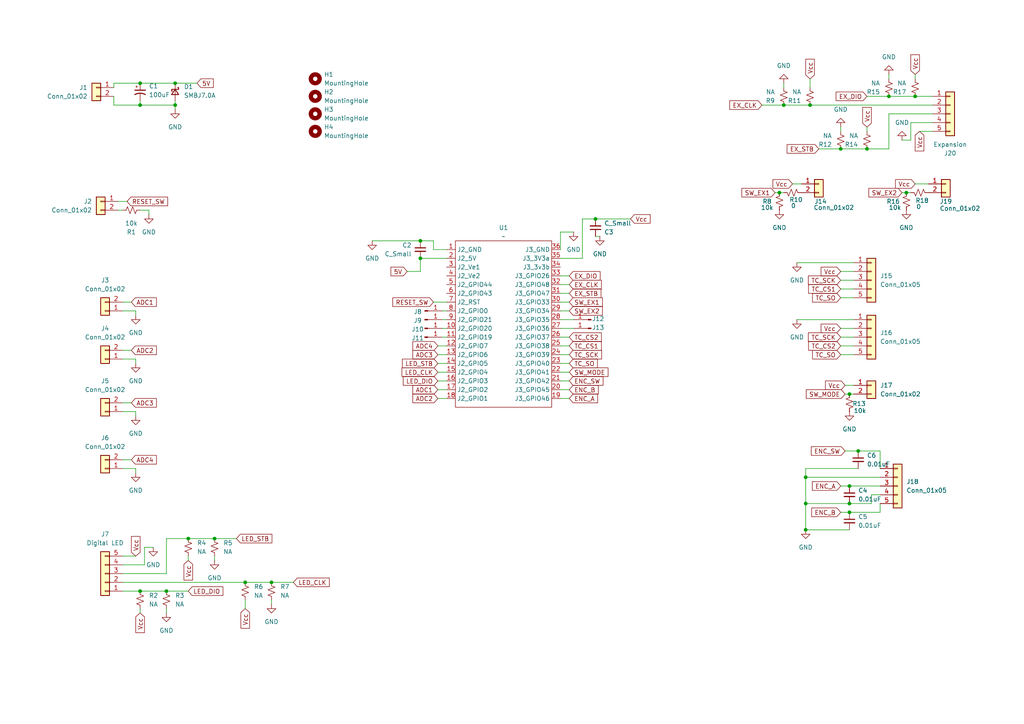
<source format=kicad_sch>
(kicad_sch (version 20250114) (generator "eeschema") (generator_version "9.0")
  (paper "A4")
  (lib_symbols
    (symbol "Connector:Conn_01x01_Pin" (pin_names (offset 1.016) (hide yes))
      (property "Reference" "J" (at 0 2.54 0))
      (property "Value" "Conn_01x01_Pin" (at 0 -2.54 0))
      (symbol "Conn_01x01_Pin_1_1"
        (rectangle (start 0.8636 0.127) (end 0 -0.127) (stroke (width 0.1524)) (fill (type outline)))
        (polyline (pts (xy 1.27 0) (xy 0.8636 0)) (stroke (width 0.1524)))
        (pin passive line (at 5.08 0 180) (length 3.81) (name "Pin_1") (number "1"))
      )
    )
    (symbol "Connector_Generic:Conn_01x02" (pin_names (offset 1.016) (hide yes))
      (property "Reference" "J" (at 0 2.54 0))
      (property "Value" "Conn_01x02" (at 0 -5.08 0))
      (symbol "Conn_01x02_1_1"
        (rectangle (start -1.27 1.27) (end 1.27 -3.81) (stroke (width 0.254)) (fill (type background)))
        (rectangle (start -1.27 0.127) (end 0 -0.127) (stroke (width 0.1524)))
        (rectangle (start -1.27 -2.413) (end 0 -2.667) (stroke (width 0.1524)))
        (pin passive line (at -5.08 0 0) (length 3.81) (name "Pin_1") (number "1"))
        (pin passive line (at -5.08 -2.54 0) (length 3.81) (name "Pin_2") (number "2"))
      )
    )
    (symbol "Connector_Generic:Conn_01x05" (pin_names (offset 1.016) (hide yes))
      (property "Reference" "J" (at 0 7.62 0))
      (property "Value" "Conn_01x05" (at 0 -7.62 0))
      (symbol "Conn_01x05_1_1"
        (rectangle (start -1.27 6.35) (end 1.27 -6.35) (stroke (width 0.254)) (fill (type background)))
        (rectangle (start -1.27 5.207) (end 0 4.953) (stroke (width 0.1524)))
        (rectangle (start -1.27 2.667) (end 0 2.413) (stroke (width 0.1524)))
        (rectangle (start -1.27 0.127) (end 0 -0.127) (stroke (width 0.1524)))
        (rectangle (start -1.27 -2.413) (end 0 -2.667) (stroke (width 0.1524)))
        (rectangle (start -1.27 -4.953) (end 0 -5.207) (stroke (width 0.1524)))
        (pin passive line (at -5.08 5.08 0) (length 3.81) (name "Pin_1") (number "1"))
        (pin passive line (at -5.08 2.54 0) (length 3.81) (name "Pin_2") (number "2"))
        (pin passive line (at -5.08 0 0) (length 3.81) (name "Pin_3") (number "3"))
        (pin passive line (at -5.08 -2.54 0) (length 3.81) (name "Pin_4") (number "4"))
        (pin passive line (at -5.08 -5.08 0) (length 3.81) (name "Pin_5") (number "5"))
      )
    )
    (symbol "Device:C_Polarized_Small_US" (pin_numbers (hide yes)) (pin_names (offset 0.254) (hide yes))
      (property "Reference" "C" (at 0.254 1.778 0))
      (property "Value" "C_Polarized_Small_US" (at 0.254 -2.032 0))
      (symbol "C_Polarized_Small_US_0_1"
        (polyline (pts (xy -1.524 0.508) (xy 1.524 0.508)) (stroke (width 0.3048)))
        (polyline (pts (xy -1.27 1.524) (xy -0.762 1.524)))
        (polyline (pts (xy -1.016 1.27) (xy -1.016 1.778)))
        (arc (start -1.524 -0.762) (mid 0 -0.3734) (end 1.524 -0.762) (stroke (width 0.3048)))
      )
      (symbol "C_Polarized_Small_US_1_1"
        (pin passive line (at 0 2.54 270) (length 2.032) (name "~") (number "1"))
        (pin passive line (at 0 -2.54 90) (length 2.032) (name "~") (number "2"))
      )
    )
    (symbol "Device:C_Small" (pin_numbers (hide yes)) (pin_names (offset 0.254) (hide yes))
      (property "Reference" "C" (at 0.254 1.778 0))
      (property "Value" "C_Small" (at 0.254 -2.032 0))
      (symbol "C_Small_0_1"
        (polyline (pts (xy -1.524 0.508) (xy 1.524 0.508)) (stroke (width 0.3048)))
        (polyline (pts (xy -1.524 -0.508) (xy 1.524 -0.508)) (stroke (width 0.3302)))
      )
      (symbol "C_Small_1_1"
        (pin passive line (at 0 2.54 270) (length 2.032) (name "~") (number "1"))
        (pin passive line (at 0 -2.54 90) (length 2.032) (name "~") (number "2"))
      )
    )
    (symbol "Device:D_Schottky_Small" (pin_numbers (hide yes)) (pin_names (offset 0.254) (hide yes))
      (property "Reference" "D" (at -1.27 2.032 0))
      (property "Value" "D_Schottky_Small" (at -7.112 -2.032 0))
      (symbol "D_Schottky_Small_0_1"
        (polyline (pts (xy -1.27 0.762) (xy -1.27 1.016) (xy -0.762 1.016) (xy -0.762 -1.016) (xy -0.254 -1.016) (xy -0.254 -0.762)) (stroke (width 0.254)))
        (polyline (pts (xy -0.762 0) (xy 0.762 0)))
        (polyline (pts (xy 0.762 -1.016) (xy -0.762 0) (xy 0.762 1.016) (xy 0.762 -1.016)) (stroke (width 0.254)))
      )
      (symbol "D_Schottky_Small_1_1"
        (pin passive line (at -2.54 0 0) (length 1.778) (name "K") (number "1"))
        (pin passive line (at 2.54 0 180) (length 1.778) (name "A") (number "2"))
      )
    )
    (symbol "Device:R_Small_US" (pin_numbers (hide yes)) (pin_names (offset 0.254) (hide yes))
      (property "Reference" "R" (at 0.762 0.508 0))
      (property "Value" "R_Small_US" (at 0.762 -1.016 0))
      (symbol "R_Small_US_1_1"
        (polyline (pts (xy 0 1.524) (xy 1.016 1.143) (xy 0 0.762) (xy -1.016 0.381) (xy 0 0)))
        (polyline (pts (xy 0 0) (xy 1.016 -0.381) (xy 0 -0.762) (xy -1.016 -1.143) (xy 0 -1.524)))
        (pin passive line (at 0 2.54 270) (length 1.016) (name "~") (number "1"))
        (pin passive line (at 0 -2.54 90) (length 1.016) (name "~") (number "2"))
      )
    )
    (symbol "Library:HeltexESP32V3"
      (property "Reference" "U" (at 0 13.97 0))
      (symbol "HeltexESP32V3_0_0"
        (pin bidirectional line (at -16.51 21.59 0) (length 2.54) (name "J2_GND") (number "1"))
        (pin bidirectional line (at -16.51 19.05 0) (length 2.54) (name "J2_5V") (number "2"))
        (pin bidirectional line (at -16.51 16.51 0) (length 2.54) (name "J2_Ve1") (number "3"))
        (pin bidirectional line (at -16.51 13.97 0) (length 2.54) (name "J2_Ve2") (number "4"))
        (pin bidirectional line (at -16.51 11.43 0) (length 2.54) (name "J2_GPIO44") (number "5"))
        (pin bidirectional line (at -16.51 8.89 0) (length 2.54) (name "J2_GPIO43") (number "6"))
        (pin bidirectional line (at -16.51 6.35 0) (length 2.54) (name "J2_RST") (number "7"))
        (pin bidirectional line (at -16.51 3.81 0) (length 2.54) (name "J2_GPIO0") (number "8"))
        (pin bidirectional line (at -16.51 1.27 0) (length 2.54) (name "J2_GPIO21") (number "9"))
        (pin bidirectional line (at -16.51 -1.27 0) (length 2.54) (name "J2_GPIO20") (number "10"))
        (pin bidirectional line (at -16.51 -3.81 0) (length 2.54) (name "J2_GPIO19") (number "11"))
        (pin bidirectional line (at -16.51 -6.35 0) (length 2.54) (name "J2_GPIO7") (number "12"))
        (pin bidirectional line (at -16.51 -8.89 0) (length 2.54) (name "J2_GPIO6") (number "13"))
        (pin bidirectional line (at -16.51 -11.43 0) (length 2.54) (name "J2_GPIO5") (number "14"))
        (pin bidirectional line (at -16.51 -13.97 0) (length 2.54) (name "J2_GPIO4") (number "15"))
        (pin bidirectional line (at -16.51 -16.51 0) (length 2.54) (name "J2_GPIO3") (number "16"))
        (pin bidirectional line (at -16.51 -19.05 0) (length 2.54) (name "J2_GPIO2") (number "17"))
        (pin bidirectional line (at -16.51 -21.59 0) (length 2.54) (name "J2_GPIO1") (number "18"))
      )
      (symbol "HeltexESP32V3_0_1"
        (rectangle (start -13.97 24.13) (end 13.97 -24.13))
      )
      (symbol "HeltexESP32V3_1_0"
        (pin bidirectional line (at 16.51 21.59 180) (length 2.54) (name "J3_GND") (number "36"))
        (pin bidirectional line (at 16.51 19.05 180) (length 2.54) (name "J3_3V3a") (number "35"))
        (pin bidirectional line (at 16.51 16.51 180) (length 2.54) (name "J3_3v3b") (number "34"))
        (pin bidirectional line (at 16.51 13.97 180) (length 2.54) (name "J3_GPIO26") (number "33"))
        (pin bidirectional line (at 16.51 11.43 180) (length 2.54) (name "J3_GPIO48") (number "32"))
        (pin bidirectional line (at 16.51 8.89 180) (length 2.54) (name "J3_GPIO47") (number "31"))
        (pin bidirectional line (at 16.51 6.35 180) (length 2.54) (name "J3_GPIO33") (number "30"))
        (pin bidirectional line (at 16.51 3.81 180) (length 2.54) (name "J3_GPIO34") (number "29"))
        (pin bidirectional line (at 16.51 1.27 180) (length 2.54) (name "J3_GPIO35") (number "28"))
        (pin bidirectional line (at 16.51 -1.27 180) (length 2.54) (name "J3_GPIO36") (number "27"))
        (pin bidirectional line (at 16.51 -3.81 180) (length 2.54) (name "J3_GPIO37") (number "26"))
        (pin bidirectional line (at 16.51 -6.35 180) (length 2.54) (name "J3_GPIO38") (number "25"))
        (pin bidirectional line (at 16.51 -8.89 180) (length 2.54) (name "J3_GPIO39") (number "24"))
        (pin bidirectional line (at 16.51 -11.43 180) (length 2.54) (name "J3_GPIO40") (number "23"))
        (pin bidirectional line (at 16.51 -13.97 180) (length 2.54) (name "J3_GPIO41") (number "22"))
        (pin bidirectional line (at 16.51 -16.51 180) (length 2.54) (name "J3_GPIO42") (number "21"))
        (pin bidirectional line (at 16.51 -19.05 180) (length 2.54) (name "J3_GPIO45") (number "20"))
        (pin bidirectional line (at 16.51 -21.59 180) (length 2.54) (name "J3_GPIO46") (number "19"))
      )
    )
    (symbol "Mechanical:MountingHole" (pin_names (offset 1.016)) (exclude_from_sim yes) (in_bom no)
      (property "Reference" "H" (at 0 5.08 0))
      (property "Value" "MountingHole" (at 0 3.175 0))
      (symbol "MountingHole_0_1"
        (circle (center 0 0) (radius 1.27) (stroke (width 1.27)))
      )
    )
    (symbol "power:GND" (power) (pin_numbers (hide yes)) (pin_names (offset 0) (hide yes))
      (property "Value" "GND" (at 0 -3.81 0))
      (symbol "GND_0_1"
        (polyline (pts (xy 0 0) (xy 0 -1.27) (xy 1.27 -1.27) (xy 0 -2.54) (xy -1.27 -1.27) (xy 0 -1.27)))
      )
      (symbol "GND_1_1"
        (pin power_in line (at 0 0 270) (length 0) (name "~") (number "1"))
      )
    )
  )
  (junction (at 62.23 156.21))
  (junction (at 54.61 156.21))
  (junction (at 262.89 55.88))
  (junction (at 227.33 30.48))
  (junction (at 251.46 43.18))
  (junction (at 246.38 146.05))
  (junction (at 71.12 168.91))
  (junction (at 243.84 43.18))
  (junction (at 40.64 171.45))
  (junction (at 78.74 168.91))
  (junction (at 226.06 55.88))
  (junction (at 257.81 27.94))
  (junction (at 172.72 63.5))
  (junction (at 121.92 69.85))
  (junction (at 234.95 30.48))
  (junction (at 50.8 30.48))
  (junction (at 265.43 27.94))
  (junction (at 50.8 24.13))
  (junction (at 246.38 148.59))
  (junction (at 40.64 30.48))
  (junction (at 233.68 153.67))
  (junction (at 40.64 24.13))
  (junction (at 233.68 146.05))
  (junction (at 248.92 130.81))
  (junction (at 246.38 114.3))
  (junction (at 233.68 138.43))
  (junction (at 246.38 140.97))
  (junction (at 121.92 74.93))
  (junction (at 48.26 171.45))
  (wire (pts (xy 35.56 104.14) (xy 39.37 104.14)))
  (wire (pts (xy 39.37 104.14) (xy 39.37 105.41)))
  (wire (pts (xy 162.56 110.49) (xy 165.1 110.49)))
  (wire (pts (xy 255.27 135.89) (xy 255.27 130.81)))
  (wire (pts (xy 233.68 153.67) (xy 246.38 153.67)))
  (wire (pts (xy 71.12 168.91) (xy 78.74 168.91)))
  (wire (pts (xy 243.84 95.25) (xy 247.65 95.25)))
  (wire (pts (xy 121.92 78.74) (xy 121.92 74.93)))
  (wire (pts (xy 243.84 38.1) (xy 243.84 36.83)))
  (wire (pts (xy 54.61 162.56) (xy 54.61 161.29)))
  (wire (pts (xy 270.51 27.94) (xy 265.43 27.94)))
  (wire (pts (xy 243.84 78.74) (xy 247.65 78.74)))
  (wire (pts (xy 78.74 168.91) (xy 85.09 168.91)))
  (wire (pts (xy 162.56 107.95) (xy 165.1 107.95)))
  (wire (pts (xy 243.84 43.18) (xy 237.49 43.18)))
  (wire (pts (xy 40.64 24.13) (xy 50.8 24.13)))
  (wire (pts (xy 162.56 95.25) (xy 166.37 95.25)))
  (wire (pts (xy 245.11 111.76) (xy 247.65 111.76)))
  (wire (pts (xy 33.02 27.94) (xy 33.02 30.48)))
  (wire (pts (xy 35.56 133.35) (xy 38.1 133.35)))
  (wire (pts (xy 35.56 171.45) (xy 40.64 171.45)))
  (wire (pts (xy 162.56 72.39) (xy 162.56 67.31)))
  (wire (pts (xy 78.74 173.99) (xy 78.74 175.26)))
  (wire (pts (xy 162.56 87.63) (xy 165.1 87.63)))
  (wire (pts (xy 243.84 140.97) (xy 246.38 140.97)))
  (wire (pts (xy 255.27 148.59) (xy 255.27 146.05)))
  (wire (pts (xy 127 105.41) (xy 129.54 105.41)))
  (wire (pts (xy 35.56 163.83) (xy 41.91 163.83)))
  (wire (pts (xy 255.27 143.51) (xy 252.73 143.51)))
  (wire (pts (xy 35.56 116.84) (xy 38.1 116.84)))
  (wire (pts (xy 162.56 100.33) (xy 165.1 100.33)))
  (wire (pts (xy 257.81 33.02) (xy 257.81 43.18)))
  (wire (pts (xy 231.14 76.2) (xy 247.65 76.2)))
  (wire (pts (xy 35.56 101.6) (xy 38.1 101.6)))
  (wire (pts (xy 41.91 163.83) (xy 41.91 158.75)))
  (wire (pts (xy 41.91 158.75) (xy 44.45 158.75)))
  (wire (pts (xy 50.8 30.48) (xy 50.8 31.75)))
  (wire (pts (xy 33.02 24.13) (xy 33.02 25.4)))
  (wire (pts (xy 128.27 90.17) (xy 129.54 90.17)))
  (wire (pts (xy 162.56 92.71) (xy 166.37 92.71)))
  (wire (pts (xy 270.51 35.56) (xy 264.16 35.56)))
  (wire (pts (xy 127 113.03) (xy 129.54 113.03)))
  (wire (pts (xy 35.56 166.37) (xy 48.26 166.37)))
  (wire (pts (xy 162.56 74.93) (xy 168.91 74.93)))
  (wire (pts (xy 39.37 90.17) (xy 39.37 91.44)))
  (wire (pts (xy 255.27 130.81) (xy 248.92 130.81)))
  (wire (pts (xy 234.95 30.48) (xy 227.33 30.48)))
  (wire (pts (xy 243.84 83.82) (xy 247.65 83.82)))
  (wire (pts (xy 125.73 72.39) (xy 125.73 69.85)))
  (wire (pts (xy 162.56 115.57) (xy 165.1 115.57)))
  (wire (pts (xy 248.92 135.89) (xy 233.68 135.89)))
  (wire (pts (xy 231.14 92.71) (xy 247.65 92.71)))
  (wire (pts (xy 43.18 62.23) (xy 43.18 60.96)))
  (wire (pts (xy 127 115.57) (xy 129.54 115.57)))
  (wire (pts (xy 233.68 146.05) (xy 233.68 153.67)))
  (wire (pts (xy 233.68 138.43) (xy 233.68 146.05)))
  (wire (pts (xy 257.81 22.86) (xy 257.81 21.59)))
  (wire (pts (xy 48.26 156.21) (xy 54.61 156.21)))
  (wire (pts (xy 162.56 113.03) (xy 165.1 113.03)))
  (wire (pts (xy 33.02 24.13) (xy 40.64 24.13)))
  (wire (pts (xy 125.73 69.85) (xy 121.92 69.85)))
  (wire (pts (xy 62.23 161.29) (xy 62.23 162.56)))
  (wire (pts (xy 162.56 97.79) (xy 165.1 97.79)))
  (wire (pts (xy 48.26 176.53) (xy 48.26 177.8)))
  (wire (pts (xy 48.26 166.37) (xy 48.26 156.21)))
  (wire (pts (xy 127 102.87) (xy 129.54 102.87)))
  (wire (pts (xy 229.87 53.34) (xy 232.41 53.34)))
  (wire (pts (xy 233.68 135.89) (xy 233.68 138.43)))
  (wire (pts (xy 35.56 60.96) (xy 34.29 60.96)))
  (wire (pts (xy 162.56 80.01) (xy 165.1 80.01)))
  (wire (pts (xy 243.84 100.33) (xy 247.65 100.33)))
  (wire (pts (xy 257.81 43.18) (xy 251.46 43.18)))
  (wire (pts (xy 54.61 156.21) (xy 62.23 156.21)))
  (wire (pts (xy 162.56 102.87) (xy 165.1 102.87)))
  (wire (pts (xy 265.43 21.59) (xy 265.43 22.86)))
  (wire (pts (xy 246.38 148.59) (xy 255.27 148.59)))
  (wire (pts (xy 127 110.49) (xy 129.54 110.49)))
  (wire (pts (xy 270.51 38.1) (xy 266.7 38.1)))
  (wire (pts (xy 243.84 97.79) (xy 247.65 97.79)))
  (wire (pts (xy 252.73 143.51) (xy 252.73 146.05)))
  (wire (pts (xy 172.72 63.5) (xy 182.88 63.5)))
  (wire (pts (xy 251.46 36.83) (xy 251.46 38.1)))
  (wire (pts (xy 251.46 43.18) (xy 243.84 43.18)))
  (wire (pts (xy 128.27 95.25) (xy 129.54 95.25)))
  (wire (pts (xy 246.38 146.05) (xy 233.68 146.05)))
  (wire (pts (xy 168.91 63.5) (xy 172.72 63.5)))
  (wire (pts (xy 234.95 25.4) (xy 234.95 22.86)))
  (wire (pts (xy 265.43 27.94) (xy 257.81 27.94)))
  (wire (pts (xy 125.73 87.63) (xy 129.54 87.63)))
  (wire (pts (xy 62.23 156.21) (xy 68.58 156.21)))
  (wire (pts (xy 50.8 24.13) (xy 57.15 24.13)))
  (wire (pts (xy 36.83 58.42) (xy 34.29 58.42)))
  (wire (pts (xy 224.79 55.88) (xy 226.06 55.88)))
  (wire (pts (xy 35.56 119.38) (xy 39.37 119.38)))
  (wire (pts (xy 243.84 102.87) (xy 247.65 102.87)))
  (wire (pts (xy 35.56 135.89) (xy 39.37 135.89)))
  (wire (pts (xy 127 100.33) (xy 129.54 100.33)))
  (wire (pts (xy 129.54 72.39) (xy 125.73 72.39)))
  (wire (pts (xy 40.64 177.8) (xy 40.64 176.53)))
  (wire (pts (xy 121.92 74.93) (xy 129.54 74.93)))
  (wire (pts (xy 127 107.95) (xy 129.54 107.95)))
  (wire (pts (xy 252.73 146.05) (xy 246.38 146.05)))
  (wire (pts (xy 40.64 30.48) (xy 40.64 29.21)))
  (wire (pts (xy 227.33 25.4) (xy 227.33 24.13)))
  (wire (pts (xy 71.12 173.99) (xy 71.12 176.53)))
  (wire (pts (xy 162.56 82.55) (xy 165.1 82.55)))
  (wire (pts (xy 168.91 74.93) (xy 168.91 63.5)))
  (wire (pts (xy 243.84 148.59) (xy 246.38 148.59)))
  (wire (pts (xy 245.11 114.3) (xy 246.38 114.3)))
  (wire (pts (xy 243.84 81.28) (xy 247.65 81.28)))
  (wire (pts (xy 245.11 130.81) (xy 248.92 130.81)))
  (wire (pts (xy 33.02 30.48) (xy 40.64 30.48)))
  (wire (pts (xy 40.64 171.45) (xy 48.26 171.45)))
  (wire (pts (xy 128.27 97.79) (xy 129.54 97.79)))
  (wire (pts (xy 265.43 53.34) (xy 269.24 53.34)))
  (wire (pts (xy 118.11 78.74) (xy 121.92 78.74)))
  (wire (pts (xy 40.64 30.48) (xy 50.8 30.48)))
  (wire (pts (xy 270.51 33.02) (xy 257.81 33.02)))
  (wire (pts (xy 227.33 30.48) (xy 220.98 30.48)))
  (wire (pts (xy 35.56 161.29) (xy 39.37 161.29)))
  (wire (pts (xy 270.51 30.48) (xy 234.95 30.48)))
  (wire (pts (xy 264.16 35.56) (xy 264.16 40.64)))
  (wire (pts (xy 35.56 168.91) (xy 71.12 168.91)))
  (wire (pts (xy 128.27 92.71) (xy 129.54 92.71)))
  (wire (pts (xy 172.72 68.58) (xy 173.99 68.58)))
  (wire (pts (xy 264.16 40.64) (xy 261.62 40.64)))
  (wire (pts (xy 43.18 60.96) (xy 40.64 60.96)))
  (wire (pts (xy 262.89 55.88) (xy 264.16 55.88)))
  (wire (pts (xy 50.8 30.48) (xy 50.8 29.21)))
  (wire (pts (xy 257.81 27.94) (xy 251.46 27.94)))
  (wire (pts (xy 246.38 114.3) (xy 247.65 114.3)))
  (wire (pts (xy 261.62 55.88) (xy 262.89 55.88)))
  (wire (pts (xy 255.27 138.43) (xy 233.68 138.43)))
  (wire (pts (xy 246.38 140.97) (xy 255.27 140.97)))
  (wire (pts (xy 35.56 90.17) (xy 39.37 90.17)))
  (wire (pts (xy 162.56 85.09) (xy 165.1 85.09)))
  (wire (pts (xy 162.56 90.17) (xy 165.1 90.17)))
  (wire (pts (xy 107.95 69.85) (xy 121.92 69.85)))
  (wire (pts (xy 243.84 86.36) (xy 247.65 86.36)))
  (wire (pts (xy 48.26 171.45) (xy 54.61 171.45)))
  (wire (pts (xy 39.37 119.38) (xy 39.37 120.65)))
  (wire (pts (xy 162.56 67.31) (xy 166.37 67.31)))
  (wire (pts (xy 35.56 87.63) (xy 38.1 87.63)))
  (wire (pts (xy 162.56 105.41) (xy 165.1 105.41)))
  (wire (pts (xy 39.37 135.89) (xy 39.37 137.16)))
  (wire (pts (xy 226.06 55.88) (xy 227.33 55.88)))
  (global_label "SW_MODE" (shape input) (at 165.1 107.95 0) (property "Intersheetrefs" "${INTERSHEET_REFS}" (effects (hide yes))))
  (global_label "LED_DIO" (shape input) (at 54.61 171.45 0) (property "Intersheetrefs" "${INTERSHEET_REFS}" (effects (hide yes))))
  (global_label "Vcc" (shape input) (at 54.61 162.56 270) (property "Intersheetrefs" "${INTERSHEET_REFS}" (effects (hide yes))))
  (global_label "TC_SO" (shape input) (at 243.84 102.87 180) (property "Intersheetrefs" "${INTERSHEET_REFS}" (effects (hide yes))))
  (global_label "ADC1" (shape input) (at 127 113.03 180) (property "Intersheetrefs" "${INTERSHEET_REFS}" (effects (hide yes))))
  (global_label "Vcc" (shape input) (at 39.37 161.29 90) (property "Intersheetrefs" "${INTERSHEET_REFS}" (effects (hide yes))))
  (global_label "ENC_SW" (shape input) (at 245.11 130.81 180) (property "Intersheetrefs" "${INTERSHEET_REFS}" (effects (hide yes))))
  (global_label "RESET_SW" (shape input) (at 36.83 58.42 0) (property "Intersheetrefs" "${INTERSHEET_REFS}" (effects (hide yes))))
  (global_label "SW_EX1" (shape input) (at 224.79 55.88 180) (property "Intersheetrefs" "${INTERSHEET_REFS}" (effects (hide yes))))
  (global_label "Vcc" (shape input) (at 182.88 63.5 0) (property "Intersheetrefs" "${INTERSHEET_REFS}" (effects (hide yes))))
  (global_label "Vcc" (shape input) (at 71.12 176.53 270) (property "Intersheetrefs" "${INTERSHEET_REFS}" (effects (hide yes))))
  (global_label "LED_STB" (shape input) (at 68.58 156.21 0) (property "Intersheetrefs" "${INTERSHEET_REFS}" (effects (hide yes))))
  (global_label "ENC_A" (shape input) (at 243.84 140.97 180) (property "Intersheetrefs" "${INTERSHEET_REFS}" (effects (hide yes))))
  (global_label "TC_SCK" (shape input) (at 165.1 102.87 0) (property "Intersheetrefs" "${INTERSHEET_REFS}" (effects (hide yes))))
  (global_label "Vcc" (shape input) (at 251.46 36.83 90) (property "Intersheetrefs" "${INTERSHEET_REFS}" (effects (hide yes))))
  (global_label "ENC_B" (shape input) (at 243.84 148.59 180) (property "Intersheetrefs" "${INTERSHEET_REFS}" (effects (hide yes))))
  (global_label "TC_SO" (shape input) (at 243.84 86.36 180) (property "Intersheetrefs" "${INTERSHEET_REFS}" (effects (hide yes))))
  (global_label "SW_MODE" (shape input) (at 245.11 114.3 180) (property "Intersheetrefs" "${INTERSHEET_REFS}" (effects (hide yes))))
  (global_label "EX_CLK" (shape input) (at 220.98 30.48 180) (property "Intersheetrefs" "${INTERSHEET_REFS}" (effects (hide yes))))
  (global_label "LED_CLK" (shape input) (at 127 107.95 180) (property "Intersheetrefs" "${INTERSHEET_REFS}" (effects (hide yes))))
  (global_label "EX_STB" (shape input) (at 165.1 85.09 0) (property "Intersheetrefs" "${INTERSHEET_REFS}" (effects (hide yes))))
  (global_label "Vcc" (shape input) (at 229.87 53.34 180) (property "Intersheetrefs" "${INTERSHEET_REFS}" (effects (hide yes))))
  (global_label "TC_SCK" (shape input) (at 243.84 81.28 180) (property "Intersheetrefs" "${INTERSHEET_REFS}" (effects (hide yes))))
  (global_label "ENC_A" (shape input) (at 165.1 115.57 0) (property "Intersheetrefs" "${INTERSHEET_REFS}" (effects (hide yes))))
  (global_label "Vcc" (shape input) (at 243.84 95.25 180) (property "Intersheetrefs" "${INTERSHEET_REFS}" (effects (hide yes))))
  (global_label "Vcc" (shape input) (at 265.43 53.34 180) (property "Intersheetrefs" "${INTERSHEET_REFS}" (effects (hide yes))))
  (global_label "EX_DIO" (shape input) (at 165.1 80.01 0) (property "Intersheetrefs" "${INTERSHEET_REFS}" (effects (hide yes))))
  (global_label "TC_CS2" (shape input) (at 165.1 97.79 0) (property "Intersheetrefs" "${INTERSHEET_REFS}" (effects (hide yes))))
  (global_label "TC_CS1" (shape input) (at 243.84 83.82 180) (property "Intersheetrefs" "${INTERSHEET_REFS}" (effects (hide yes))))
  (global_label "LED_STB" (shape input) (at 127 105.41 180) (property "Intersheetrefs" "${INTERSHEET_REFS}" (effects (hide yes))))
  (global_label "Vcc" (shape input) (at 243.84 78.74 180) (property "Intersheetrefs" "${INTERSHEET_REFS}" (effects (hide yes))))
  (global_label "Vcc" (shape input) (at 265.43 21.59 90) (property "Intersheetrefs" "${INTERSHEET_REFS}" (effects (hide yes))))
  (global_label "SW_EX1" (shape input) (at 165.1 87.63 0) (property "Intersheetrefs" "${INTERSHEET_REFS}" (effects (hide yes))))
  (global_label "SW_EX2" (shape input) (at 165.1 90.17 0) (property "Intersheetrefs" "${INTERSHEET_REFS}" (effects (hide yes))))
  (global_label "SW_EX2" (shape input) (at 261.62 55.88 180) (property "Intersheetrefs" "${INTERSHEET_REFS}" (effects (hide yes))))
  (global_label "TC_CS2" (shape input) (at 243.84 100.33 180) (property "Intersheetrefs" "${INTERSHEET_REFS}" (effects (hide yes))))
  (global_label "EX_DIO" (shape input) (at 251.46 27.94 180) (property "Intersheetrefs" "${INTERSHEET_REFS}" (effects (hide yes))))
  (global_label "TC_SO" (shape input) (at 165.1 105.41 0) (property "Intersheetrefs" "${INTERSHEET_REFS}" (effects (hide yes))))
  (global_label "ADC3" (shape input) (at 38.1 116.84 0) (property "Intersheetrefs" "${INTERSHEET_REFS}" (effects (hide yes))))
  (global_label "LED_CLK" (shape input) (at 85.09 168.91 0) (property "Intersheetrefs" "${INTERSHEET_REFS}" (effects (hide yes))))
  (global_label "RESET_SW" (shape input) (at 125.73 87.63 180) (property "Intersheetrefs" "${INTERSHEET_REFS}" (effects (hide yes))))
  (global_label "TC_SCK" (shape input) (at 243.84 97.79 180) (property "Intersheetrefs" "${INTERSHEET_REFS}" (effects (hide yes))))
  (global_label "Vcc" (shape input) (at 266.7 38.1 270) (property "Intersheetrefs" "${INTERSHEET_REFS}" (effects (hide yes))))
  (global_label "ADC3" (shape input) (at 127 102.87 180) (property "Intersheetrefs" "${INTERSHEET_REFS}" (effects (hide yes))))
  (global_label "ADC1" (shape input) (at 38.1 87.63 0) (property "Intersheetrefs" "${INTERSHEET_REFS}" (effects (hide yes))))
  (global_label "ADC2" (shape input) (at 38.1 101.6 0) (property "Intersheetrefs" "${INTERSHEET_REFS}" (effects (hide yes))))
  (global_label "ADC4" (shape input) (at 38.1 133.35 0) (property "Intersheetrefs" "${INTERSHEET_REFS}" (effects (hide yes))))
  (global_label "5V" (shape input) (at 57.15 24.13 0) (property "Intersheetrefs" "${INTERSHEET_REFS}" (effects (hide yes))))
  (global_label "Vcc" (shape input) (at 234.95 22.86 90) (property "Intersheetrefs" "${INTERSHEET_REFS}" (effects (hide yes))))
  (global_label "Vcc" (shape input) (at 40.64 177.8 270) (property "Intersheetrefs" "${INTERSHEET_REFS}" (effects (hide yes))))
  (global_label "LED_DIO" (shape input) (at 127 110.49 180) (property "Intersheetrefs" "${INTERSHEET_REFS}" (effects (hide yes))))
  (global_label "ENC_SW" (shape input) (at 165.1 110.49 0) (property "Intersheetrefs" "${INTERSHEET_REFS}" (effects (hide yes))))
  (global_label "EX_CLK" (shape input) (at 165.1 82.55 0) (property "Intersheetrefs" "${INTERSHEET_REFS}" (effects (hide yes))))
  (global_label "ENC_B" (shape input) (at 165.1 113.03 0) (property "Intersheetrefs" "${INTERSHEET_REFS}" (effects (hide yes))))
  (global_label "ADC4" (shape input) (at 127 100.33 180) (property "Intersheetrefs" "${INTERSHEET_REFS}" (effects (hide yes))))
  (global_label "ADC2" (shape input) (at 127 115.57 180) (property "Intersheetrefs" "${INTERSHEET_REFS}" (effects (hide yes))))
  (global_label "Vcc" (shape input) (at 245.11 111.76 180) (property "Intersheetrefs" "${INTERSHEET_REFS}" (effects (hide yes))))
  (global_label "TC_CS1" (shape input) (at 165.1 100.33 0) (property "Intersheetrefs" "${INTERSHEET_REFS}" (effects (hide yes))))
  (global_label "EX_STB" (shape input) (at 237.49 43.18 180) (property "Intersheetrefs" "${INTERSHEET_REFS}" (effects (hide yes))))
  (global_label "5V" (shape input) (at 118.11 78.74 180) (property "Intersheetrefs" "${INTERSHEET_REFS}" (effects (hide yes))))
  (symbol (lib_id "power:GND") (at 44.45 158.75 0) (unit 1)
    (property "Reference" "#PWR06" (effects (hide yes)))
    (property "Value" "GND" (at 44.45 163.83 0))
    (property "Description" "Power symbol creates a global label with name \"GND\" , ground" (effects (hide yes)))
  )
  (symbol (lib_id "Device:R_Small_US") (at 262.89 58.42 0) (mirror y) (unit 1)
    (property "Reference" "R16" (at 259.08 58.42 0))
    (property "Value" "10k" (at 259.588 60.198 0))
    (property "Footprint" "Resistor_SMD:R_0805_2012Metric_Pad1.20x1.40mm_HandSolder" (effects (hide yes)))
    (property "Description" "Resistor, small US symbol" (effects (hide yes)))
  )
  (symbol (lib_id "Connector_Generic:Conn_01x02") (at 30.48 90.17 180) (unit 1)
    (property "Reference" "J3" (at 30.48 81.28 0))
    (property "Value" "Conn_01x02" (at 30.48 83.82 0))
    (property "Footprint" "Connector_Molex:Molex_SL_171971-0002_1x02_P2.54mm_Vertical" (effects (hide yes)))
    (property "Description" "Generic connector, single row, 01x02, script generated (kicad-library-utils/schlib/autogen/connector/)" (effects (hide yes)))
  )
  (symbol (lib_id "Connector:Conn_01x01_Pin") (at 123.19 92.71 0) (unit 1)
    (property "Reference" "J9" (at 121.158 92.964 0))
    (property "Value" "Conn_01x01_Pin" (effects (hide yes)))
    (property "Footprint" "Connector_PinSocket_2.54mm:PinSocket_1x01_P2.54mm_Vertical" (effects (hide yes)))
    (property "Description" "Generic connector, single row, 01x01, script generated" (effects (hide yes)))
  )
  (symbol (lib_id "Connector_Generic:Conn_01x05") (at 275.59 33.02 0) (unit 1)
    (property "Reference" "J20" (at 275.59 44.45 0))
    (property "Value" "Expansion" (at 275.59 41.91 0))
    (property "Footprint" "Connector_PinHeader_2.54mm:PinHeader_1x05_P2.54mm_Vertical" (effects (hide yes)))
    (property "Description" "Generic connector, single row, 01x05, script generated (kicad-library-utils/schlib/autogen/connector/)" (effects (hide yes)))
  )
  (symbol (lib_id "Connector_Generic:Conn_01x05") (at 252.73 97.79 0) (unit 1)
    (property "Reference" "J16" (at 255.27 96.5199 0) (effects (justify left)))
    (property "Value" "Conn_01x05" (at 255.27 99.0599 0) (effects (justify left)))
    (property "Footprint" "Connector_Molex:Molex_SL_171971-0005_1x05_P2.54mm_Vertical" (effects (hide yes)))
    (property "Description" "Generic connector, single row, 01x05, script generated (kicad-library-utils/schlib/autogen/connector/)" (effects (hide yes)))
  )
  (symbol (lib_id "Device:R_Small_US") (at 78.74 171.45 0) (unit 1)
    (property "Reference" "R7" (at 81.28 170.1799 0) (effects (justify left)))
    (property "Value" "NA" (at 81.28 172.7199 0) (effects (justify left)))
    (property "Footprint" "Resistor_SMD:R_0805_2012Metric_Pad1.20x1.40mm_HandSolder" (effects (hide yes)))
    (property "Description" "Resistor, small US symbol" (effects (hide yes)))
  )
  (symbol (lib_id "Connector_Generic:Conn_01x05") (at 252.73 81.28 0) (unit 1)
    (property "Reference" "J15" (at 255.27 80.0099 0) (effects (justify left)))
    (property "Value" "Conn_01x05" (at 255.27 82.5499 0) (effects (justify left)))
    (property "Footprint" "Connector_Molex:Molex_SL_171971-0005_1x05_P2.54mm_Vertical" (effects (hide yes)))
    (property "Description" "Generic connector, single row, 01x05, script generated (kicad-library-utils/schlib/autogen/connector/)" (effects (hide yes)))
  )
  (symbol (lib_id "Device:R_Small_US") (at 48.26 173.99 0) (unit 1)
    (property "Reference" "R3" (at 50.8 172.7199 0) (effects (justify left)))
    (property "Value" "NA" (at 50.8 175.2599 0) (effects (justify left)))
    (property "Footprint" "Resistor_SMD:R_0805_2012Metric_Pad1.20x1.40mm_HandSolder" (effects (hide yes)))
    (property "Description" "Resistor, small US symbol" (effects (hide yes)))
  )
  (symbol (lib_id "Device:R_Small_US") (at 71.12 171.45 0) (unit 1)
    (property "Reference" "R6" (at 73.66 170.1799 0) (effects (justify left)))
    (property "Value" "NA" (at 73.66 172.7199 0) (effects (justify left)))
    (property "Footprint" "Resistor_SMD:R_0805_2012Metric_Pad1.20x1.40mm_HandSolder" (effects (hide yes)))
    (property "Description" "Resistor, small US symbol" (effects (hide yes)))
  )
  (symbol (lib_id "power:GND") (at 39.37 120.65 0) (unit 1)
    (property "Reference" "#PWR03" (effects (hide yes)))
    (property "Value" "GND" (at 39.37 125.73 0))
    (property "Description" "Power symbol creates a global label with name \"GND\" , ground" (effects (hide yes)))
  )
  (symbol (lib_id "Device:C_Small") (at 246.38 151.13 0) (unit 1)
    (property "Reference" "C5" (at 248.92 149.8662 0) (effects (justify left)))
    (property "Value" "0.01uF" (at 248.92 152.4062 0) (effects (justify left)))
    (property "Footprint" "Capacitor_SMD:C_0805_2012Metric_Pad1.18x1.45mm_HandSolder" (effects (hide yes)))
    (property "Description" "Unpolarized capacitor, small symbol" (effects (hide yes)))
  )
  (symbol (lib_id "Connector_Generic:Conn_01x02") (at 274.32 53.34 0) (unit 1)
    (property "Reference" "J19" (at 272.542 58.42 0) (effects (justify left)))
    (property "Value" "Conn_01x02" (at 272.542 60.452 0) (effects (justify left)))
    (property "Footprint" "Connector_Molex:Molex_SL_171971-0002_1x02_P2.54mm_Vertical" (effects (hide yes)))
    (property "Datasheet" "https://www.digikey.com/en/products/detail/molex/1719710102/9564232" (effects (hide yes)))
    (property "Description" "Generic connector, single row, 01x02, script generated (kicad-library-utils/schlib/autogen/connector/)" (effects (hide yes)))
  )
  (symbol (lib_id "Connector:Conn_01x01_Pin") (at 123.19 95.25 0) (unit 1)
    (property "Reference" "J10" (at 121.158 95.504 0))
    (property "Value" "Conn_01x01_Pin" (effects (hide yes)))
    (property "Footprint" "Connector_PinSocket_2.54mm:PinSocket_1x01_P2.54mm_Vertical" (effects (hide yes)))
    (property "Description" "Generic connector, single row, 01x01, script generated" (effects (hide yes)))
  )
  (symbol (lib_id "Connector_Generic:Conn_01x02") (at 30.48 135.89 180) (unit 1)
    (property "Reference" "J6" (at 30.48 127 0))
    (property "Value" "Conn_01x02" (at 30.48 129.54 0))
    (property "Footprint" "Connector_Molex:Molex_SL_171971-0002_1x02_P2.54mm_Vertical" (effects (hide yes)))
    (property "Description" "Generic connector, single row, 01x02, script generated (kicad-library-utils/schlib/autogen/connector/)" (effects (hide yes)))
  )
  (symbol (lib_id "power:GND") (at 233.68 153.67 0) (unit 1)
    (property "Reference" "#PWR018" (effects (hide yes)))
    (property "Value" "GND" (at 233.68 158.75 0))
    (property "Description" "Power symbol creates a global label with name \"GND\" , ground" (effects (hide yes)))
  )
  (symbol (lib_id "Device:C_Small") (at 121.92 72.39 0) (mirror y) (unit 1)
    (property "Reference" "C2" (at 119.38 71.1262 0) (effects (justify left)))
    (property "Value" "C_Small" (at 119.38 73.6662 0) (effects (justify left)))
    (property "Footprint" "Capacitor_SMD:C_0805_2012Metric_Pad1.18x1.45mm_HandSolder" (effects (hide yes)))
    (property "Description" "Unpolarized capacitor, small symbol" (effects (hide yes)))
  )
  (symbol (lib_id "Connector:Conn_01x01_Pin") (at 123.19 97.79 0) (unit 1)
    (property "Reference" "J11" (at 121.158 98.044 0))
    (property "Value" "Conn_01x01_Pin" (effects (hide yes)))
    (property "Footprint" "Connector_PinSocket_2.54mm:PinSocket_1x01_P2.54mm_Vertical" (effects (hide yes)))
    (property "Description" "Generic connector, single row, 01x01, script generated" (effects (hide yes)))
  )
  (symbol (lib_id "Device:R_Small_US") (at 257.81 25.4 180) (unit 1)
    (property "Reference" "R15" (at 255.27 26.6701 0) (effects (justify left)))
    (property "Value" "NA" (at 255.27 24.1301 0) (effects (justify left)))
    (property "Footprint" "Resistor_SMD:R_0805_2012Metric_Pad1.20x1.40mm_HandSolder" (effects (hide yes)))
    (property "Description" "Resistor, small US symbol" (effects (hide yes)))
  )
  (symbol (lib_id "Connector:Conn_01x01_Pin") (at 171.45 92.71 180) (unit 1)
    (property "Reference" "J12" (at 173.482 92.456 0))
    (property "Value" "Conn_01x01_Pin" (effects (hide yes)))
    (property "Footprint" "Connector_PinSocket_2.54mm:PinSocket_1x01_P2.54mm_Vertical" (effects (hide yes)))
    (property "Description" "Generic connector, single row, 01x01, script generated" (effects (hide yes)))
  )
  (symbol (lib_id "Mechanical:MountingHole") (at 91.44 27.94 0) (unit 1) (exclude_from_sim yes) (in_bom no)
    (property "Reference" "H2" (at 93.98 26.6699 0) (effects (justify left)))
    (property "Value" "MountingHole" (at 93.98 29.2099 0) (effects (justify left)))
    (property "Footprint" "MountingHole:MountingHole_3mm" (effects (hide yes)))
    (property "Description" "Mounting Hole without connection" (effects (hide yes)))
  )
  (symbol (lib_id "Device:R_Small_US") (at 62.23 158.75 0) (unit 1)
    (property "Reference" "R5" (at 64.77 157.4799 0) (effects (justify left)))
    (property "Value" "NA" (at 64.77 160.0199 0) (effects (justify left)))
    (property "Footprint" "Resistor_SMD:R_0805_2012Metric_Pad1.20x1.40mm_HandSolder" (effects (hide yes)))
    (property "Description" "Resistor, small US symbol" (effects (hide yes)))
  )
  (symbol (lib_id "Connector_Generic:Conn_01x05") (at 30.48 166.37 180) (unit 1)
    (property "Reference" "J7" (at 30.48 154.94 0))
    (property "Value" "Digital LED" (at 30.48 157.48 0))
    (property "Footprint" "Connector_Molex:Molex_SL_171971-0005_1x05_P2.54mm_Vertical" (effects (hide yes)))
    (property "Description" "Generic connector, single row, 01x05, script generated (kicad-library-utils/schlib/autogen/connector/)" (effects (hide yes)))
  )
  (symbol (lib_id "power:GND") (at 231.14 92.71 0) (unit 1)
    (property "Reference" "#PWR017" (effects (hide yes)))
    (property "Value" "GND" (at 231.14 97.79 0))
    (property "Description" "Power symbol creates a global label with name \"GND\" , ground" (effects (hide yes)))
  )
  (symbol (lib_id "Library:HeltexESP32V3") (at 146.05 93.98 0) (unit 1)
    (property "Reference" "U1" (at 146.05 66.04 0))
    (property "Value" "~" (at 146.05 68.58 0))
    (property "Footprint" "ESPBrew:DIP-36_907_ELL" (effects (hide yes)))
  )
  (symbol (lib_id "Device:R_Small_US") (at 243.84 40.64 180) (unit 1)
    (property "Reference" "R12" (at 241.3 41.9101 0) (effects (justify left)))
    (property "Value" "NA" (at 241.3 39.3701 0) (effects (justify left)))
    (property "Footprint" "Resistor_SMD:R_0805_2012Metric_Pad1.20x1.40mm_HandSolder" (effects (hide yes)))
    (property "Description" "Resistor, small US symbol" (effects (hide yes)))
  )
  (symbol (lib_id "power:GND") (at 39.37 105.41 0) (unit 1)
    (property "Reference" "#PWR02" (effects (hide yes)))
    (property "Value" "GND" (at 39.37 110.49 0))
    (property "Description" "Power symbol creates a global label with name \"GND\" , ground" (effects (hide yes)))
  )
  (symbol (lib_id "power:GND") (at 243.84 36.83 180) (unit 1)
    (property "Reference" "#PWR019" (effects (hide yes)))
    (property "Value" "GND" (at 243.84 31.75 0))
    (property "Description" "Power symbol creates a global label with name \"GND\" , ground" (effects (hide yes)))
  )
  (symbol (lib_id "Mechanical:MountingHole") (at 91.44 33.02 0) (unit 1) (exclude_from_sim yes) (in_bom no)
    (property "Reference" "H3" (at 93.98 31.7499 0) (effects (justify left)))
    (property "Value" "MountingHole" (at 93.98 34.2899 0) (effects (justify left)))
    (property "Footprint" "MountingHole:MountingHole_3mm" (effects (hide yes)))
    (property "Description" "Mounting Hole without connection" (effects (hide yes)))
  )
  (symbol (lib_id "power:GND") (at 78.74 175.26 0) (unit 1)
    (property "Reference" "#PWR010" (effects (hide yes)))
    (property "Value" "GND" (at 78.74 180.34 0))
    (property "Description" "Power symbol creates a global label with name \"GND\" , ground" (effects (hide yes)))
  )
  (symbol (lib_id "Connector_Generic:Conn_01x02") (at 30.48 119.38 180) (unit 1)
    (property "Reference" "J5" (at 30.48 110.49 0))
    (property "Value" "Conn_01x02" (at 30.48 113.03 0))
    (property "Footprint" "Connector_Molex:Molex_SL_171971-0002_1x02_P2.54mm_Vertical" (effects (hide yes)))
    (property "Description" "Generic connector, single row, 01x02, script generated (kicad-library-utils/schlib/autogen/connector/)" (effects (hide yes)))
  )
  (symbol (lib_id "power:GND") (at 227.33 24.13 180) (unit 1)
    (property "Reference" "#PWR015" (effects (hide yes)))
    (property "Value" "GND" (at 227.33 19.05 0))
    (property "Description" "Power symbol creates a global label with name \"GND\" , ground" (effects (hide yes)))
  )
  (symbol (lib_id "power:GND") (at 226.06 60.96 0) (unit 1)
    (property "Reference" "#PWR014" (effects (hide yes)))
    (property "Value" "GND" (at 226.06 66.04 0))
    (property "Description" "Power symbol creates a global label with name \"GND\" , ground" (effects (hide yes)))
  )
  (symbol (lib_id "Device:R_Small_US") (at 234.95 27.94 180) (unit 1)
    (property "Reference" "R11" (at 232.41 29.2101 0) (effects (justify left)))
    (property "Value" "NA" (at 232.41 26.6701 0) (effects (justify left)))
    (property "Footprint" "Resistor_SMD:R_0805_2012Metric_Pad1.20x1.40mm_HandSolder" (effects (hide yes)))
    (property "Description" "Resistor, small US symbol" (effects (hide yes)))
  )
  (symbol (lib_id "Device:R_Small_US") (at 246.38 116.84 0) (mirror y) (unit 1)
    (property "Reference" "R13" (at 249.174 117.094 0))
    (property "Value" "10k" (at 249.428 119.126 0))
    (property "Footprint" "Resistor_SMD:R_0805_2012Metric_Pad1.20x1.40mm_HandSolder" (effects (hide yes)))
    (property "Description" "Resistor, small US symbol" (effects (hide yes)))
  )
  (symbol (lib_id "power:GND") (at 39.37 91.44 0) (unit 1)
    (property "Reference" "#PWR01" (effects (hide yes)))
    (property "Value" "GND" (at 39.37 96.52 0))
    (property "Description" "Power symbol creates a global label with name \"GND\" , ground" (effects (hide yes)))
  )
  (symbol (lib_id "Device:R_Small_US") (at 266.7 55.88 90) (mirror x) (unit 1)
    (property "Reference" "R18" (at 267.462 58.166 90))
    (property "Value" "0" (at 266.446 59.944 90))
    (property "Footprint" "Resistor_SMD:R_0805_2012Metric_Pad1.20x1.40mm_HandSolder" (effects (hide yes)))
    (property "Description" "Resistor, small US symbol" (effects (hide yes)))
  )
  (symbol (lib_id "Device:R_Small_US") (at 226.06 58.42 0) (mirror y) (unit 1)
    (property "Reference" "R8" (at 222.504 58.42 0))
    (property "Value" "10k" (at 222.504 60.198 0))
    (property "Footprint" "Resistor_SMD:R_0805_2012Metric_Pad1.20x1.40mm_HandSolder" (effects (hide yes)))
    (property "Description" "Resistor, small US symbol" (effects (hide yes)))
  )
  (symbol (lib_id "Connector:Conn_01x01_Pin") (at 123.19 90.17 0) (unit 1)
    (property "Reference" "J8" (at 121.158 90.424 0))
    (property "Value" "Conn_01x01_Pin" (effects (hide yes)))
    (property "Footprint" "Connector_PinSocket_2.54mm:PinSocket_1x01_P2.54mm_Vertical" (effects (hide yes)))
    (property "Description" "Generic connector, single row, 01x01, script generated" (effects (hide yes)))
  )
  (symbol (lib_id "Connector_Generic:Conn_01x02") (at 237.49 53.34 0) (unit 1)
    (property "Reference" "J14" (at 236.22 58.42 0) (effects (justify left)))
    (property "Value" "Conn_01x02" (at 235.966 60.198 0) (effects (justify left)))
    (property "Footprint" "Connector_Molex:Molex_SL_171971-0002_1x02_P2.54mm_Vertical" (effects (hide yes)))
    (property "Description" "Generic connector, single row, 01x02, script generated (kicad-library-utils/schlib/autogen/connector/)" (effects (hide yes)))
  )
  (symbol (lib_id "power:GND") (at 262.89 60.96 0) (unit 1)
    (property "Reference" "#PWR023" (effects (hide yes)))
    (property "Value" "GND" (at 262.89 66.04 0))
    (property "Description" "Power symbol creates a global label with name \"GND\" , ground" (effects (hide yes)))
  )
  (symbol (lib_id "Device:R_Small_US") (at 227.33 27.94 180) (unit 1)
    (property "Reference" "R9" (at 224.79 29.2101 0) (effects (justify left)))
    (property "Value" "NA" (at 224.79 26.6701 0) (effects (justify left)))
    (property "Footprint" "Resistor_SMD:R_0805_2012Metric_Pad1.20x1.40mm_HandSolder" (effects (hide yes)))
    (property "Description" "Resistor, small US symbol" (effects (hide yes)))
  )
  (symbol (lib_id "Device:R_Small_US") (at 229.87 55.88 90) (mirror x) (unit 1)
    (property "Reference" "R10" (at 230.886 57.912 90))
    (property "Value" "0" (at 230.124 59.69 90))
    (property "Footprint" "Resistor_SMD:R_0805_2012Metric_Pad1.20x1.40mm_HandSolder" (effects (hide yes)))
    (property "Description" "Resistor, small US symbol" (effects (hide yes)))
  )
  (symbol (lib_id "Device:R_Small_US") (at 40.64 173.99 0) (unit 1)
    (property "Reference" "R2" (at 43.18 172.7199 0) (effects (justify left)))
    (property "Value" "NA" (at 43.18 175.2599 0) (effects (justify left)))
    (property "Footprint" "Resistor_SMD:R_0805_2012Metric_Pad1.20x1.40mm_HandSolder" (effects (hide yes)))
    (property "Description" "Resistor, small US symbol" (effects (hide yes)))
  )
  (symbol (lib_id "power:GND") (at 261.62 40.64 180) (unit 1)
    (property "Reference" "#PWR022" (effects (hide yes)))
    (property "Value" "GND" (at 261.62 35.56 0))
    (property "Description" "Power symbol creates a global label with name \"GND\" , ground" (effects (hide yes)))
  )
  (symbol (lib_id "Connector_Generic:Conn_01x02") (at 27.94 25.4 0) (mirror y) (unit 1)
    (property "Reference" "J1" (at 25.4 25.3999 0) (effects (justify left)))
    (property "Value" "Conn_01x02" (at 25.4 27.9399 0) (effects (justify left)))
    (property "Footprint" "Connector_Molex:Molex_SL_171971-0002_1x02_P2.54mm_Vertical" (effects (hide yes)))
    (property "Description" "Generic connector, single row, 01x02, script generated (kicad-library-utils/schlib/autogen/connector/)" (effects (hide yes)))
  )
  (symbol (lib_id "power:GND") (at 257.81 21.59 180) (unit 1)
    (property "Reference" "#PWR021" (effects (hide yes)))
    (property "Value" "GND" (at 257.81 16.51 0))
    (property "Description" "Power symbol creates a global label with name \"GND\" , ground" (effects (hide yes)))
  )
  (symbol (lib_id "Device:C_Polarized_Small_US") (at 40.64 26.67 0) (unit 1)
    (property "Reference" "C1" (at 43.18 24.9681 0) (effects (justify left)))
    (property "Value" "100uF" (at 43.18 27.5081 0) (effects (justify left)))
    (property "Footprint" "Capacitor_THT:CP_Radial_D8.0mm_P3.50mm" (effects (hide yes)))
    (property "Datasheet" "https://www.digikey.com/en/products/detail/w%C3%BCrth-elektronik/860040674004/5727422" (effects (hide yes)))
    (property "Description" "Polarized capacitor, small US symbol" (effects (hide yes)))
  )
  (symbol (lib_id "power:GND") (at 107.95 69.85 0) (unit 1)
    (property "Reference" "#PWR011" (effects (hide yes)))
    (property "Value" "GND" (at 107.95 74.93 0))
    (property "Description" "Power symbol creates a global label with name \"GND\" , ground" (effects (hide yes)))
  )
  (symbol (lib_id "power:GND") (at 39.37 137.16 0) (unit 1)
    (property "Reference" "#PWR04" (effects (hide yes)))
    (property "Value" "GND" (at 39.37 142.24 0))
    (property "Description" "Power symbol creates a global label with name \"GND\" , ground" (effects (hide yes)))
  )
  (symbol (lib_id "Mechanical:MountingHole") (at 91.44 22.86 0) (unit 1) (exclude_from_sim yes) (in_bom no)
    (property "Reference" "H1" (at 93.98 21.5899 0) (effects (justify left)))
    (property "Value" "MountingHole" (at 93.98 24.1299 0) (effects (justify left)))
    (property "Footprint" "MountingHole:MountingHole_3mm" (effects (hide yes)))
    (property "Description" "Mounting Hole without connection" (effects (hide yes)))
  )
  (symbol (lib_id "Connector_Generic:Conn_01x02") (at 252.73 111.76 0) (unit 1)
    (property "Reference" "J17" (at 255.27 111.7599 0) (effects (justify left)))
    (property "Value" "Conn_01x02" (at 255.27 114.2999 0) (effects (justify left)))
    (property "Footprint" "Connector_Molex:Molex_SL_171971-0002_1x02_P2.54mm_Vertical" (effects (hide yes)))
    (property "Description" "Generic connector, single row, 01x02, script generated (kicad-library-utils/schlib/autogen/connector/)" (effects (hide yes)))
  )
  (symbol (lib_id "Connector_Generic:Conn_01x02") (at 29.21 58.42 0) (mirror y) (unit 1)
    (property "Reference" "J2" (at 26.67 58.4199 0) (effects (justify left)))
    (property "Value" "Conn_01x02" (at 26.67 60.9599 0) (effects (justify left)))
    (property "Footprint" "Connector_Molex:Molex_SL_171971-0002_1x02_P2.54mm_Vertical" (effects (hide yes)))
    (property "Description" "Generic connector, single row, 01x02, script generated (kicad-library-utils/schlib/autogen/connector/)" (effects (hide yes)))
  )
  (symbol (lib_id "power:GND") (at 166.37 67.31 0) (unit 1)
    (property "Reference" "#PWR012" (effects (hide yes)))
    (property "Value" "GND" (at 166.37 72.39 0))
    (property "Description" "Power symbol creates a global label with name \"GND\" , ground" (effects (hide yes)))
  )
  (symbol (lib_id "power:GND") (at 246.38 119.38 0) (unit 1)
    (property "Reference" "#PWR020" (effects (hide yes)))
    (property "Value" "GND" (at 246.38 124.46 0))
    (property "Description" "Power symbol creates a global label with name \"GND\" , ground" (effects (hide yes)))
  )
  (symbol (lib_id "Connector_Generic:Conn_01x02") (at 30.48 104.14 180) (unit 1)
    (property "Reference" "J4" (at 30.48 95.25 0))
    (property "Value" "Conn_01x02" (at 30.48 97.79 0))
    (property "Footprint" "Connector_Molex:Molex_SL_171971-0002_1x02_P2.54mm_Vertical" (effects (hide yes)))
    (property "Description" "Generic connector, single row, 01x02, script generated (kicad-library-utils/schlib/autogen/connector/)" (effects (hide yes)))
  )
  (symbol (lib_id "power:GND") (at 50.8 31.75 0) (unit 1)
    (property "Reference" "#PWR08" (effects (hide yes)))
    (property "Value" "GND" (at 50.8 36.83 0))
    (property "Description" "Power symbol creates a global label with name \"GND\" , ground" (effects (hide yes)))
  )
  (symbol (lib_id "Device:C_Small") (at 248.92 133.35 0) (unit 1)
    (property "Reference" "C6" (at 251.46 132.0862 0) (effects (justify left)))
    (property "Value" "0.01uF" (at 251.46 134.6262 0) (effects (justify left)))
    (property "Footprint" "Capacitor_SMD:C_0805_2012Metric_Pad1.18x1.45mm_HandSolder" (effects (hide yes)))
    (property "Description" "Unpolarized capacitor, small symbol" (effects (hide yes)))
  )
  (symbol (lib_id "Device:R_Small_US") (at 251.46 40.64 180) (unit 1)
    (property "Reference" "R14" (at 248.92 41.9101 0) (effects (justify left)))
    (property "Value" "NA" (at 248.92 39.3701 0) (effects (justify left)))
    (property "Footprint" "Resistor_SMD:R_0805_2012Metric_Pad1.20x1.40mm_HandSolder" (effects (hide yes)))
    (property "Description" "Resistor, small US symbol" (effects (hide yes)))
  )
  (symbol (lib_id "Device:R_Small_US") (at 54.61 158.75 0) (unit 1)
    (property "Reference" "R4" (at 57.15 157.4799 0) (effects (justify left)))
    (property "Value" "NA" (at 57.15 160.0199 0) (effects (justify left)))
    (property "Footprint" "Resistor_SMD:R_0805_2012Metric_Pad1.20x1.40mm_HandSolder" (effects (hide yes)))
    (property "Description" "Resistor, small US symbol" (effects (hide yes)))
  )
  (symbol (lib_id "power:GND") (at 231.14 76.2 0) (unit 1)
    (property "Reference" "#PWR016" (effects (hide yes)))
    (property "Value" "GND" (at 231.14 81.28 0))
    (property "Description" "Power symbol creates a global label with name \"GND\" , ground" (effects (hide yes)))
  )
  (symbol (lib_id "power:GND") (at 62.23 162.56 0) (unit 1)
    (property "Reference" "#PWR09" (effects (hide yes)))
    (property "Value" "GND" (at 62.23 167.64 0))
    (property "Description" "Power symbol creates a global label with name \"GND\" , ground" (effects (hide yes)))
  )
  (symbol (lib_id "Mechanical:MountingHole") (at 91.44 38.1 0) (unit 1) (exclude_from_sim yes) (in_bom no)
    (property "Reference" "H4" (at 93.98 36.8299 0) (effects (justify left)))
    (property "Value" "MountingHole" (at 93.98 39.3699 0) (effects (justify left)))
    (property "Footprint" "MountingHole:MountingHole_3mm" (effects (hide yes)))
    (property "Description" "Mounting Hole without connection" (effects (hide yes)))
  )
  (symbol (lib_id "Connector:Conn_01x01_Pin") (at 171.45 95.25 180) (unit 1)
    (property "Reference" "J13" (at 173.482 94.996 0))
    (property "Value" "Conn_01x01_Pin" (effects (hide yes)))
    (property "Footprint" "Connector_PinSocket_2.54mm:PinSocket_1x01_P2.54mm_Vertical" (effects (hide yes)))
    (property "Description" "Generic connector, single row, 01x01, script generated" (effects (hide yes)))
  )
  (symbol (lib_id "Device:R_Small_US") (at 38.1 60.96 90) (unit 1)
    (property "Reference" "R1" (at 38.1 67.31 90))
    (property "Value" "10k" (at 38.1 64.77 90))
    (property "Footprint" "Resistor_SMD:R_0805_2012Metric_Pad1.20x1.40mm_HandSolder" (effects (hide yes)))
    (property "Description" "Resistor, small US symbol" (effects (hide yes)))
  )
  (symbol (lib_id "power:GND") (at 173.99 68.58 0) (unit 1)
    (property "Reference" "#PWR013" (effects (hide yes)))
    (property "Value" "GND" (at 173.99 73.66 0))
    (property "Description" "Power symbol creates a global label with name \"GND\" , ground" (effects (hide yes)))
  )
  (symbol (lib_id "power:GND") (at 43.18 62.23 0) (mirror y) (unit 1)
    (property "Reference" "#PWR05" (effects (hide yes)))
    (property "Value" "GND" (at 43.18 67.31 0))
    (property "Description" "Power symbol creates a global label with name \"GND\" , ground" (effects (hide yes)))
  )
  (symbol (lib_id "Device:C_Small") (at 172.72 66.04 0) (mirror x) (unit 1)
    (property "Reference" "C3" (at 175.26 67.3038 0) (effects (justify left)))
    (property "Value" "C_Small" (at 175.26 64.7638 0) (effects (justify left)))
    (property "Footprint" "Capacitor_SMD:C_0805_2012Metric_Pad1.18x1.45mm_HandSolder" (effects (hide yes)))
    (property "Description" "Unpolarized capacitor, small symbol" (effects (hide yes)))
  )
  (symbol (lib_id "Device:D_Schottky_Small") (at 50.8 26.67 270) (unit 1)
    (property "Reference" "D1" (at 53.34 25.1459 90) (effects (justify left)))
    (property "Value" "SMBJ7.0A" (at 53.34 27.6859 90) (effects (justify left)))
    (property "Footprint" "Diode_SMD:D_SMA-SMB_Universal_Handsoldering" (effects (hide yes)))
    (property "Description" "Schottky diode, small symbol" (effects (hide yes)))
  )
  (symbol (lib_id "power:GND") (at 48.26 177.8 0) (unit 1)
    (property "Reference" "#PWR07" (effects (hide yes)))
    (property "Value" "GND" (at 48.26 182.88 0))
    (property "Description" "Power symbol creates a global label with name \"GND\" , ground" (effects (hide yes)))
  )
  (symbol (lib_id "Device:C_Small") (at 246.38 143.51 0) (unit 1)
    (property "Reference" "C4" (at 248.92 142.2462 0) (effects (justify left)))
    (property "Value" "0.01uF" (at 248.92 144.7862 0) (effects (justify left)))
    (property "Footprint" "Capacitor_SMD:C_0805_2012Metric_Pad1.18x1.45mm_HandSolder" (effects (hide yes)))
    (property "Description" "Unpolarized capacitor, small symbol" (effects (hide yes)))
  )
  (symbol (lib_id "Device:R_Small_US") (at 265.43 25.4 180) (unit 1)
    (property "Reference" "R17" (at 262.89 26.6701 0) (effects (justify left)))
    (property "Value" "NA" (at 262.89 24.1301 0) (effects (justify left)))
    (property "Footprint" "Resistor_SMD:R_0805_2012Metric_Pad1.20x1.40mm_HandSolder" (effects (hide yes)))
    (property "Description" "Resistor, small US symbol" (effects (hide yes)))
  )
  (symbol (lib_id "Connector_Generic:Conn_01x05") (at 260.35 140.97 0) (unit 1)
    (property "Reference" "J18" (at 262.89 139.6999 0) (effects (justify left)))
    (property "Value" "Conn_01x05" (at 262.89 142.2399 0) (effects (justify left)))
    (property "Footprint" "Connector_Molex:Molex_SL_171971-0005_1x05_P2.54mm_Vertical" (effects (hide yes)))
    (property "Description" "Generic connector, single row, 01x05, script generated (kicad-library-utils/schlib/autogen/connector/)" (effects (hide yes)))
  )
)
</source>
